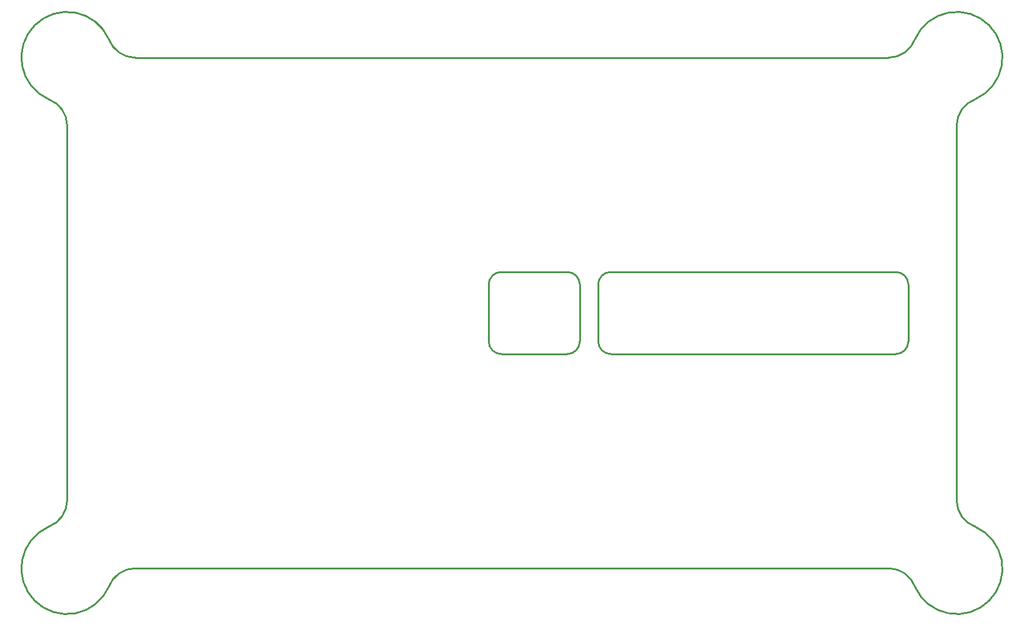
<source format=gm1>
G04*
G04 #@! TF.GenerationSoftware,Altium Limited,Altium Designer,21.2.0 (30)*
G04*
G04 Layer_Color=16711935*
%FSLAX25Y25*%
%MOIN*%
G70*
G04*
G04 #@! TF.SameCoordinates,74D48CB8-E722-4D7A-A080-E4722F553172*
G04*
G04*
G04 #@! TF.FilePolarity,Positive*
G04*
G01*
G75*
%ADD13C,0.01000*%
D13*
X22845Y290154D02*
G03*
X37449Y279885I14604J5251D01*
G01*
X115Y242551D02*
G03*
X-10153Y257155I-15519J0D01*
G01*
X497653Y257155D02*
G03*
X487385Y242551I5251J-14604D01*
G01*
X450051Y279885D02*
G03*
X464655Y290153I0J15519D01*
G01*
X464655Y-10153D02*
G03*
X450051Y115I-14604J-5251D01*
G01*
X487385Y37449D02*
G03*
X497653Y22845I15519J0D01*
G01*
X37449Y115D02*
G03*
X22845Y-10153I0J-15519D01*
G01*
X-10153Y22845D02*
G03*
X115Y37449I-5251J14604D01*
G01*
X22845Y290154D02*
G03*
X-10153Y257155I-22845J-10153D01*
G01*
X497653D02*
G03*
X464655Y290154I-10153J22845D01*
G01*
Y-10153D02*
G03*
X497653Y22845I22845J10153D01*
G01*
X-10153D02*
G03*
X22845Y-10153I10153J-22845D01*
G01*
X291000Y124500D02*
G03*
X298000Y117500I7000J0D01*
G01*
X454000D02*
G03*
X461000Y124500I0J7000D01*
G01*
Y155500D02*
G03*
X454000Y162500I-7000J0D01*
G01*
X298000D02*
G03*
X291000Y155500I0J-7000D01*
G01*
X238000Y162500D02*
G03*
X231000Y155500I0J-7000D01*
G01*
X281000D02*
G03*
X274000Y162500I-7000J0D01*
G01*
Y117500D02*
G03*
X281000Y124500I0J7000D01*
G01*
X231000D02*
G03*
X238000Y117500I7000J0D01*
G01*
X37449Y115D02*
X450051D01*
X115Y37449D02*
Y242551D01*
X487385Y37449D02*
Y242551D01*
X37449Y279885D02*
X450051D01*
X298000Y117500D02*
X454000D01*
X461000Y124500D02*
Y155500D01*
X298000Y162500D02*
X454000D01*
X291000Y124500D02*
Y155500D01*
X231000Y124500D02*
Y155500D01*
X238000Y162500D02*
X274000D01*
X281000Y124500D02*
Y155500D01*
X238000Y117500D02*
X274000D01*
M02*

</source>
